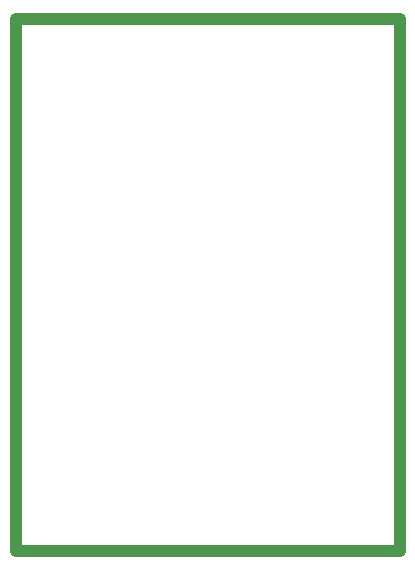
<source format=gm1>
G04 --- HEADER BEGIN --- *
%TF.GenerationSoftware,LibrePCB,LibrePCB,0.1.3*%
%TF.CreationDate,2020-05-24T18:28:55*%
%TF.ProjectId,SprigZero - default,93c98233-4b04-4051-a125-04f829bd9155,v1*%
%TF.Part,Single*%
%FSLAX66Y66*%
%MOMM*%
G01*
G74*
G04 --- HEADER END --- *
G04 --- APERTURE LIST BEGIN --- *
%ADD10C,1.0*%
G04 --- APERTURE LIST END --- *
G04 --- BOARD BEGIN --- *
D10*
X-2500000Y82500000D02*
X-2500000Y82500000D01*
X-2500000Y40000000D01*
X30000000Y40000000D01*
X30000000Y85000000D01*
X-2500000Y85000000D01*
X-2500000Y82500000D01*
G04 --- BOARD END --- *
%TF.MD5,5bb178e6eb2068dd8ed0c019217329be*%
M02*

</source>
